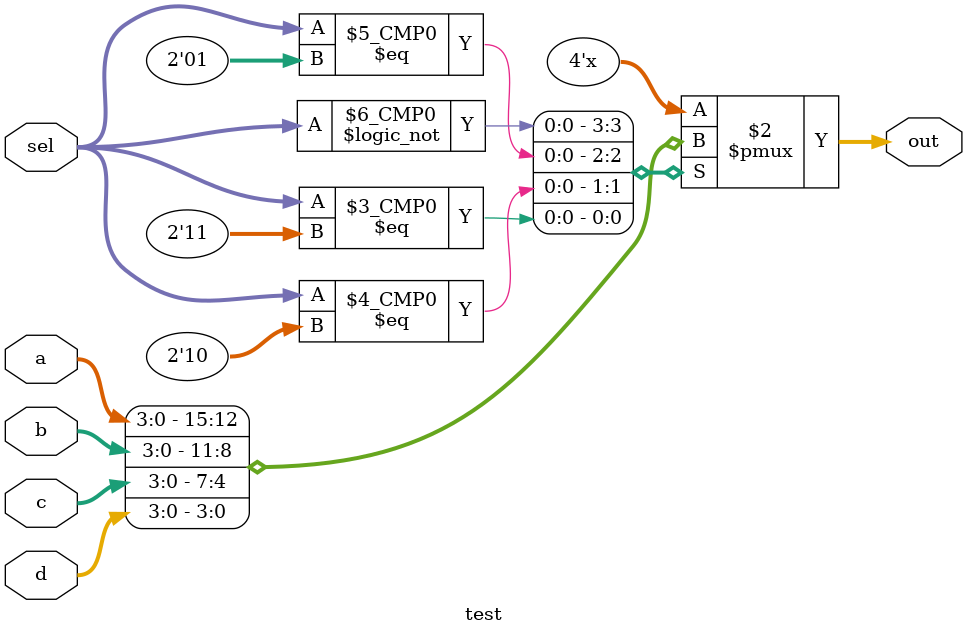
<source format=v>
`timescale 1ns / 1ps

module test(
    input [3:0] a,b,c,d,
    input [1:0] sel,
    output reg [3:0] out
    );
    always@(*)
    begin
        case(sel)
        2'b00: out = a;
        2'b01: out = b;
        2'b10: out = c;
        2'b11: out = d;
        default: out = 4'h0;
        endcase
    end
endmodule

</source>
